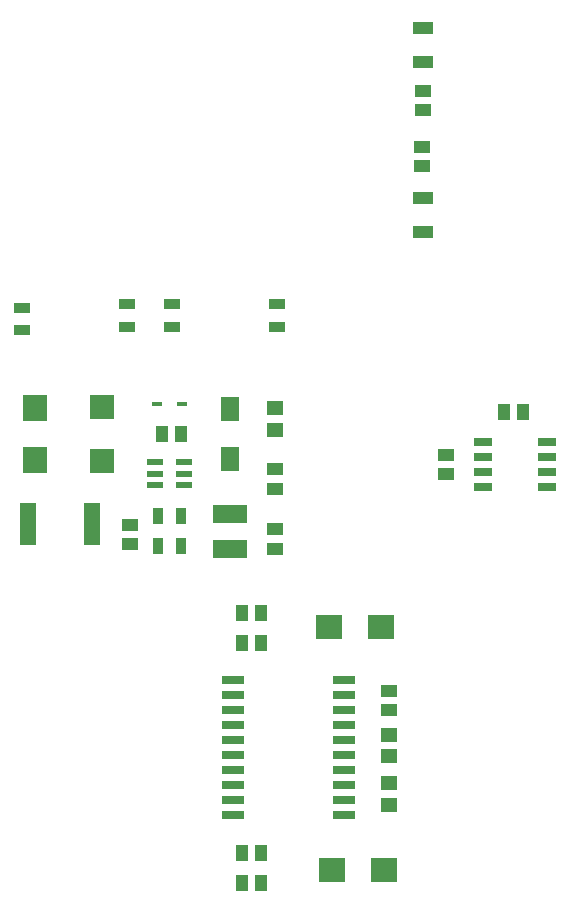
<source format=gbr>
G04 #@! TF.GenerationSoftware,KiCad,Pcbnew,5.0.2-bee76a0~70~ubuntu18.04.1*
G04 #@! TF.CreationDate,2019-11-25T15:04:39+01:00*
G04 #@! TF.ProjectId,RS232CInterface.kicad_pcb,52533233-3243-4496-9e74-657266616365,rev?*
G04 #@! TF.SameCoordinates,Original*
G04 #@! TF.FileFunction,Paste,Top*
G04 #@! TF.FilePolarity,Positive*
%FSLAX46Y46*%
G04 Gerber Fmt 4.6, Leading zero omitted, Abs format (unit mm)*
G04 Created by KiCad (PCBNEW 5.0.2-bee76a0~70~ubuntu18.04.1) date Mon 25 Nov 2019 03:04:39 PM CET*
%MOMM*%
%LPD*%
G01*
G04 APERTURE LIST*
%ADD10R,2.250000X2.150000*%
%ADD11R,1.525000X0.700000*%
%ADD12R,1.925000X0.650000*%
%ADD13R,1.020000X1.470000*%
%ADD14R,1.470000X1.020000*%
%ADD15R,3.000000X1.500000*%
%ADD16R,2.150000X2.250000*%
%ADD17R,1.500000X2.100000*%
%ADD18R,0.950000X0.420000*%
%ADD19R,2.050000X2.000000*%
%ADD20R,1.450000X1.150000*%
%ADD21R,1.750000X1.050000*%
%ADD22R,1.400000X0.600000*%
%ADD23R,0.950000X1.400000*%
%ADD24R,1.400000X3.560000*%
%ADD25R,1.400000X0.950000*%
G04 APERTURE END LIST*
D10*
G04 #@! TO.C,D2*
X159344000Y-111252000D03*
X163744000Y-111252000D03*
G04 #@! TD*
D11*
G04 #@! TO.C,U1*
X172167000Y-75057000D03*
X172167000Y-76327000D03*
X172167000Y-77597000D03*
X172167000Y-78867000D03*
X177591000Y-78867000D03*
X177591000Y-77597000D03*
X177591000Y-76327000D03*
X177591000Y-75057000D03*
G04 #@! TD*
D12*
G04 #@! TO.C,IC1*
X150975212Y-95197174D03*
X150975212Y-96467174D03*
X150975212Y-97737174D03*
X150975212Y-99007174D03*
X150975212Y-100277174D03*
X150975212Y-101547174D03*
X150975212Y-102817174D03*
X150975212Y-104087174D03*
X150975212Y-105357174D03*
X150975212Y-106627174D03*
X160399212Y-106627174D03*
X160399212Y-105357174D03*
X160399212Y-104087174D03*
X160399212Y-102817174D03*
X160399212Y-101547174D03*
X160399212Y-100277174D03*
X160399212Y-99007174D03*
X160399212Y-97737174D03*
X160399212Y-96467174D03*
X160399212Y-95197174D03*
G04 #@! TD*
D13*
G04 #@! TO.C,C3*
X153322212Y-92022174D03*
X151702212Y-92022174D03*
G04 #@! TD*
D14*
G04 #@! TO.C,C4*
X169037000Y-76152000D03*
X169037000Y-77772000D03*
G04 #@! TD*
G04 #@! TO.C,C5*
X164191931Y-96147490D03*
X164191931Y-97767490D03*
G04 #@! TD*
D13*
G04 #@! TO.C,C6*
X151702212Y-109802174D03*
X153322212Y-109802174D03*
G04 #@! TD*
G04 #@! TO.C,C7*
X151702212Y-112342174D03*
X153322212Y-112342174D03*
G04 #@! TD*
G04 #@! TO.C,C8*
X173942000Y-72517000D03*
X175562000Y-72517000D03*
G04 #@! TD*
G04 #@! TO.C,C9*
X146590192Y-74359985D03*
X144970192Y-74359985D03*
G04 #@! TD*
D15*
G04 #@! TO.C,C10*
X150685192Y-84064985D03*
X150685192Y-81164985D03*
G04 #@! TD*
D14*
G04 #@! TO.C,C11*
X154495192Y-78979985D03*
X154495192Y-77359985D03*
G04 #@! TD*
G04 #@! TO.C,C12*
X154495192Y-82439985D03*
X154495192Y-84059985D03*
G04 #@! TD*
G04 #@! TO.C,C13*
X167044634Y-45337719D03*
X167044634Y-46957719D03*
G04 #@! TD*
G04 #@! TO.C,C14*
X167005000Y-50069000D03*
X167005000Y-51689000D03*
G04 #@! TD*
D10*
G04 #@! TO.C,D1*
X163490000Y-90678000D03*
X159090000Y-90678000D03*
G04 #@! TD*
D16*
G04 #@! TO.C,D3*
X134175192Y-72159985D03*
X134175192Y-76559985D03*
G04 #@! TD*
D17*
G04 #@! TO.C,D4*
X150685192Y-76459985D03*
X150685192Y-72259985D03*
G04 #@! TD*
D18*
G04 #@! TO.C,D5*
X144530192Y-71819985D03*
X146680192Y-71819985D03*
G04 #@! TD*
D19*
G04 #@! TO.C,D6*
X139890192Y-72059985D03*
X139890192Y-76659985D03*
G04 #@! TD*
D20*
G04 #@! TO.C,L1*
X164191931Y-99867490D03*
X164191931Y-101667490D03*
G04 #@! TD*
G04 #@! TO.C,L2*
X164191931Y-103942490D03*
X164191931Y-105742490D03*
G04 #@! TD*
G04 #@! TO.C,L4*
X154495192Y-73989985D03*
X154495192Y-72189985D03*
G04 #@! TD*
D21*
G04 #@! TO.C,R3*
X167044634Y-42872719D03*
X167044634Y-39972719D03*
G04 #@! TD*
G04 #@! TO.C,R4*
X167044634Y-57297719D03*
X167044634Y-54397719D03*
G04 #@! TD*
D22*
G04 #@! TO.C,U2*
X144355192Y-76774000D03*
X144355192Y-77724000D03*
X144355192Y-78674000D03*
X146855192Y-78674000D03*
X146855192Y-77724000D03*
X146855192Y-76774000D03*
G04 #@! TD*
D14*
G04 #@! TO.C,C1*
X142240000Y-83662000D03*
X142240000Y-82042000D03*
G04 #@! TD*
D13*
G04 #@! TO.C,C2*
X153322212Y-89482174D03*
X151702212Y-89482174D03*
G04 #@! TD*
D23*
G04 #@! TO.C,R1*
X146555192Y-83884985D03*
X144655192Y-83884985D03*
G04 #@! TD*
G04 #@! TO.C,R2*
X144655192Y-81344985D03*
X146555192Y-81344985D03*
G04 #@! TD*
D24*
G04 #@! TO.C,L3*
X139064192Y-81979985D03*
X133604192Y-81979985D03*
G04 #@! TD*
D25*
G04 #@! TO.C,R5*
X154686000Y-63378000D03*
X154686000Y-65278000D03*
G04 #@! TD*
G04 #@! TO.C,R6*
X145796000Y-65278000D03*
X145796000Y-63378000D03*
G04 #@! TD*
G04 #@! TO.C,R7*
X141986000Y-63378000D03*
X141986000Y-65278000D03*
G04 #@! TD*
G04 #@! TO.C,R8*
X133096000Y-65593000D03*
X133096000Y-63693000D03*
G04 #@! TD*
M02*

</source>
